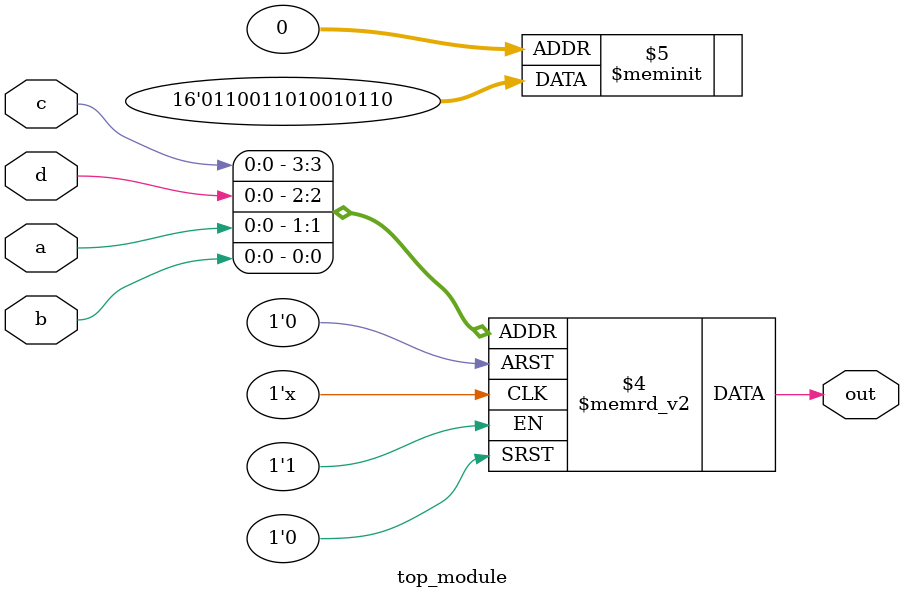
<source format=sv>
module top_module (
	input a, 
	input b,
	input c,
	input d,
	output reg out
);

always @(*) begin
    case ({c, d, a, b})
        4'b0001: out = 1;
        4'b0010: out = 1;
        4'b0100: out = 1;
        4'b0111: out = 1;
        4'b1001: out = 1;
        4'b1010: out = 1;
        4'b1101: out = 1;
        4'b1110: out = 1;
        default: out = 0;
    endcase
end

endmodule

</source>
